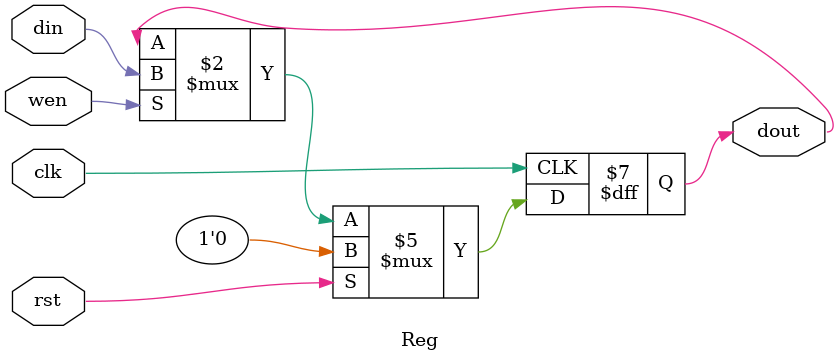
<source format=v>
module Reg #(parameter WIDTH = 1, parameter RESET_VAL = 0) (
  input clk,
  input rst,
  input [WIDTH-1:0] din,
  output reg [WIDTH-1:0] dout,
  input wen
);
  always @(posedge clk) begin
    if (rst) dout <= RESET_VAL;
    else if (wen) dout <= din;
  end
endmodule

</source>
